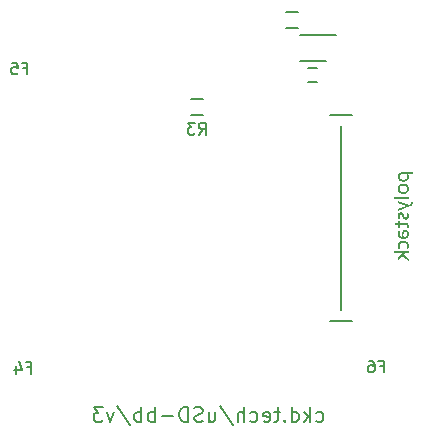
<source format=gbo>
G04 #@! TF.FileFunction,Legend,Bot*
%FSLAX46Y46*%
G04 Gerber Fmt 4.6, Leading zero omitted, Abs format (unit mm)*
G04 Created by KiCad (PCBNEW 4.0.1-stable) date Wednesday, April 13, 2016 'AMt' 11:34:57 AM*
%MOMM*%
G01*
G04 APERTURE LIST*
%ADD10C,0.100000*%
%ADD11C,0.200000*%
%ADD12C,0.150000*%
G04 APERTURE END LIST*
D10*
D11*
X157536905Y-125205952D02*
X157655952Y-125265476D01*
X157894048Y-125265476D01*
X158013095Y-125205952D01*
X158072619Y-125146429D01*
X158132143Y-125027381D01*
X158132143Y-124670238D01*
X158072619Y-124551190D01*
X158013095Y-124491667D01*
X157894048Y-124432143D01*
X157655952Y-124432143D01*
X157536905Y-124491667D01*
X157001190Y-125265476D02*
X157001190Y-124015476D01*
X156882142Y-124789286D02*
X156524999Y-125265476D01*
X156524999Y-124432143D02*
X157001190Y-124908333D01*
X155453571Y-125265476D02*
X155453571Y-124015476D01*
X155453571Y-125205952D02*
X155572618Y-125265476D01*
X155810714Y-125265476D01*
X155929761Y-125205952D01*
X155989285Y-125146429D01*
X156048809Y-125027381D01*
X156048809Y-124670238D01*
X155989285Y-124551190D01*
X155929761Y-124491667D01*
X155810714Y-124432143D01*
X155572618Y-124432143D01*
X155453571Y-124491667D01*
X154858333Y-125146429D02*
X154798809Y-125205952D01*
X154858333Y-125265476D01*
X154917857Y-125205952D01*
X154858333Y-125146429D01*
X154858333Y-125265476D01*
X154441666Y-124432143D02*
X153965476Y-124432143D01*
X154263095Y-124015476D02*
X154263095Y-125086905D01*
X154203571Y-125205952D01*
X154084524Y-125265476D01*
X153965476Y-125265476D01*
X153072618Y-125205952D02*
X153191666Y-125265476D01*
X153429761Y-125265476D01*
X153548809Y-125205952D01*
X153608333Y-125086905D01*
X153608333Y-124610714D01*
X153548809Y-124491667D01*
X153429761Y-124432143D01*
X153191666Y-124432143D01*
X153072618Y-124491667D01*
X153013095Y-124610714D01*
X153013095Y-124729762D01*
X153608333Y-124848810D01*
X151941666Y-125205952D02*
X152060713Y-125265476D01*
X152298809Y-125265476D01*
X152417856Y-125205952D01*
X152477380Y-125146429D01*
X152536904Y-125027381D01*
X152536904Y-124670238D01*
X152477380Y-124551190D01*
X152417856Y-124491667D01*
X152298809Y-124432143D01*
X152060713Y-124432143D01*
X151941666Y-124491667D01*
X151405951Y-125265476D02*
X151405951Y-124015476D01*
X150870237Y-125265476D02*
X150870237Y-124610714D01*
X150929760Y-124491667D01*
X151048808Y-124432143D01*
X151227380Y-124432143D01*
X151346427Y-124491667D01*
X151405951Y-124551190D01*
X149382142Y-123955952D02*
X150453570Y-125563095D01*
X148429761Y-124432143D02*
X148429761Y-125265476D01*
X148965475Y-124432143D02*
X148965475Y-125086905D01*
X148905951Y-125205952D01*
X148786904Y-125265476D01*
X148608332Y-125265476D01*
X148489284Y-125205952D01*
X148429761Y-125146429D01*
X147894047Y-125205952D02*
X147715475Y-125265476D01*
X147417856Y-125265476D01*
X147298809Y-125205952D01*
X147239285Y-125146429D01*
X147179761Y-125027381D01*
X147179761Y-124908333D01*
X147239285Y-124789286D01*
X147298809Y-124729762D01*
X147417856Y-124670238D01*
X147655952Y-124610714D01*
X147774999Y-124551190D01*
X147834523Y-124491667D01*
X147894047Y-124372619D01*
X147894047Y-124253571D01*
X147834523Y-124134524D01*
X147774999Y-124075000D01*
X147655952Y-124015476D01*
X147358332Y-124015476D01*
X147179761Y-124075000D01*
X146644047Y-125265476D02*
X146644047Y-124015476D01*
X146346428Y-124015476D01*
X146167856Y-124075000D01*
X146048809Y-124194048D01*
X145989285Y-124313095D01*
X145929761Y-124551190D01*
X145929761Y-124729762D01*
X145989285Y-124967857D01*
X146048809Y-125086905D01*
X146167856Y-125205952D01*
X146346428Y-125265476D01*
X146644047Y-125265476D01*
X145394047Y-124789286D02*
X144441666Y-124789286D01*
X143846428Y-125265476D02*
X143846428Y-124015476D01*
X143846428Y-124491667D02*
X143727380Y-124432143D01*
X143489285Y-124432143D01*
X143370237Y-124491667D01*
X143310714Y-124551190D01*
X143251190Y-124670238D01*
X143251190Y-125027381D01*
X143310714Y-125146429D01*
X143370237Y-125205952D01*
X143489285Y-125265476D01*
X143727380Y-125265476D01*
X143846428Y-125205952D01*
X142715476Y-125265476D02*
X142715476Y-124015476D01*
X142715476Y-124491667D02*
X142596428Y-124432143D01*
X142358333Y-124432143D01*
X142239285Y-124491667D01*
X142179762Y-124551190D01*
X142120238Y-124670238D01*
X142120238Y-125027381D01*
X142179762Y-125146429D01*
X142239285Y-125205952D01*
X142358333Y-125265476D01*
X142596428Y-125265476D01*
X142715476Y-125205952D01*
X140691667Y-123955952D02*
X141763095Y-125563095D01*
X140394048Y-124432143D02*
X140096429Y-125265476D01*
X139798809Y-124432143D01*
X139441667Y-124015476D02*
X138667857Y-124015476D01*
X139084524Y-124491667D01*
X138905952Y-124491667D01*
X138786905Y-124551190D01*
X138727381Y-124610714D01*
X138667857Y-124729762D01*
X138667857Y-125027381D01*
X138727381Y-125146429D01*
X138786905Y-125205952D01*
X138905952Y-125265476D01*
X139263095Y-125265476D01*
X139382143Y-125205952D01*
X139441667Y-125146429D01*
D10*
G36*
X165687579Y-104145562D02*
X164719203Y-104145562D01*
X164601191Y-104373961D01*
X164605263Y-104366814D01*
X164609616Y-104360100D01*
X164614249Y-104353819D01*
X164619164Y-104347971D01*
X164624359Y-104342556D01*
X164629835Y-104337575D01*
X164635592Y-104333027D01*
X164641630Y-104328911D01*
X164647948Y-104325229D01*
X164654548Y-104321981D01*
X164661428Y-104319165D01*
X164668589Y-104316783D01*
X164676031Y-104314833D01*
X164683754Y-104313317D01*
X164691757Y-104312234D01*
X164700041Y-104311585D01*
X164708607Y-104311368D01*
X165174275Y-104311368D01*
X165174263Y-104311368D01*
X165178169Y-104321769D01*
X165181852Y-104332197D01*
X165185312Y-104342653D01*
X165188548Y-104353135D01*
X165191562Y-104363645D01*
X165194352Y-104374182D01*
X165196919Y-104384746D01*
X165199263Y-104395338D01*
X165201383Y-104405957D01*
X165203281Y-104416602D01*
X165204955Y-104427276D01*
X165206406Y-104437976D01*
X165207633Y-104448704D01*
X165208638Y-104459458D01*
X165209419Y-104470240D01*
X165209977Y-104481050D01*
X165210312Y-104491886D01*
X165210423Y-104502750D01*
X165210293Y-104514890D01*
X165209900Y-104526617D01*
X165209246Y-104537930D01*
X165208330Y-104548829D01*
X165207153Y-104559314D01*
X165205714Y-104569386D01*
X165204013Y-104579044D01*
X165202051Y-104588288D01*
X165199827Y-104597118D01*
X165196875Y-104607012D01*
X165193318Y-104616851D01*
X165189155Y-104626636D01*
X165184387Y-104636365D01*
X165179013Y-104646038D01*
X165173034Y-104655657D01*
X165166449Y-104665221D01*
X165159259Y-104674729D01*
X165153529Y-104681471D01*
X165147244Y-104687907D01*
X165140406Y-104694037D01*
X165133015Y-104699861D01*
X165125069Y-104705378D01*
X165116570Y-104710590D01*
X165107517Y-104715495D01*
X165097911Y-104720095D01*
X165087751Y-104724388D01*
X165077037Y-104728375D01*
X165065769Y-104732055D01*
X165057035Y-104734670D01*
X165048004Y-104737104D01*
X165038674Y-104739358D01*
X165029047Y-104741432D01*
X165019122Y-104743325D01*
X165008899Y-104745038D01*
X164998378Y-104746570D01*
X164987559Y-104747923D01*
X164976442Y-104749095D01*
X164965027Y-104750086D01*
X164953315Y-104750898D01*
X164941304Y-104751529D01*
X164928996Y-104751980D01*
X164916390Y-104752250D01*
X164903486Y-104752340D01*
X164890510Y-104752261D01*
X164877815Y-104752023D01*
X164865404Y-104751627D01*
X164853275Y-104751072D01*
X164841428Y-104750359D01*
X164829863Y-104749488D01*
X164818581Y-104748458D01*
X164807582Y-104747269D01*
X164796864Y-104745922D01*
X164786430Y-104744416D01*
X164776277Y-104742753D01*
X164766407Y-104740930D01*
X164756820Y-104738949D01*
X164747515Y-104736810D01*
X164738492Y-104734512D01*
X164729752Y-104732055D01*
X164717395Y-104728382D01*
X164705666Y-104724417D01*
X164694564Y-104720160D01*
X164684089Y-104715612D01*
X164674242Y-104710772D01*
X164665021Y-104705641D01*
X164656428Y-104700218D01*
X164648462Y-104694504D01*
X164641123Y-104688498D01*
X164634411Y-104682200D01*
X164628326Y-104675611D01*
X164620705Y-104666364D01*
X164613718Y-104657145D01*
X164607364Y-104647954D01*
X164601645Y-104638790D01*
X164596560Y-104629653D01*
X164592109Y-104620545D01*
X164588292Y-104611463D01*
X164585109Y-104602410D01*
X164582428Y-104593204D01*
X164580105Y-104583668D01*
X164578138Y-104573802D01*
X164576530Y-104563604D01*
X164575279Y-104553076D01*
X164574385Y-104542217D01*
X164573849Y-104531027D01*
X164573670Y-104519507D01*
X164573810Y-104506295D01*
X164574231Y-104493517D01*
X164574934Y-104481171D01*
X164575916Y-104469259D01*
X164577180Y-104457780D01*
X164578725Y-104446734D01*
X164580550Y-104436121D01*
X164582656Y-104425942D01*
X164585043Y-104416195D01*
X164587711Y-104406882D01*
X164590660Y-104398002D01*
X164593889Y-104389555D01*
X164597400Y-104381542D01*
X164601191Y-104373961D01*
X164719203Y-104145562D01*
X164709526Y-104145709D01*
X164699898Y-104146150D01*
X164690319Y-104146885D01*
X164680788Y-104147914D01*
X164671307Y-104149237D01*
X164661874Y-104150854D01*
X164653252Y-104152690D01*
X164644019Y-104155174D01*
X164634174Y-104158306D01*
X164623716Y-104162085D01*
X164612647Y-104166513D01*
X164600966Y-104171589D01*
X164588674Y-104177312D01*
X164579005Y-104182397D01*
X164569598Y-104187852D01*
X164560452Y-104193677D01*
X164551568Y-104199873D01*
X164542945Y-104206438D01*
X164534583Y-104213374D01*
X164526483Y-104220680D01*
X164518644Y-104228356D01*
X164511066Y-104236403D01*
X164505546Y-104242834D01*
X164500162Y-104249779D01*
X164494912Y-104257239D01*
X164489797Y-104265213D01*
X164484817Y-104273702D01*
X164479972Y-104282705D01*
X164475262Y-104292222D01*
X164470687Y-104302255D01*
X164466247Y-104312801D01*
X164461942Y-104323862D01*
X164457772Y-104335438D01*
X164453737Y-104347528D01*
X164450746Y-104356881D01*
X164447948Y-104366421D01*
X164445344Y-104376146D01*
X164442932Y-104386058D01*
X164440713Y-104396155D01*
X164438687Y-104406439D01*
X164436854Y-104416908D01*
X164435214Y-104427564D01*
X164433767Y-104438406D01*
X164432513Y-104449434D01*
X164431451Y-104460647D01*
X164430583Y-104472047D01*
X164429908Y-104483633D01*
X164429425Y-104495405D01*
X164429136Y-104507363D01*
X164429040Y-104519507D01*
X164429148Y-104530645D01*
X164429474Y-104541719D01*
X164430016Y-104552727D01*
X164430776Y-104563669D01*
X164431753Y-104574547D01*
X164432946Y-104585359D01*
X164434357Y-104596105D01*
X164435985Y-104606787D01*
X164437830Y-104617403D01*
X164439611Y-104626288D01*
X164441757Y-104635304D01*
X164444269Y-104644451D01*
X164447146Y-104653730D01*
X164450389Y-104663140D01*
X164453997Y-104672681D01*
X164457970Y-104682353D01*
X164462309Y-104692157D01*
X164467014Y-104702091D01*
X164472083Y-104712157D01*
X164477519Y-104722354D01*
X164482793Y-104731798D01*
X164488324Y-104741022D01*
X164494113Y-104750025D01*
X164500158Y-104758808D01*
X164506460Y-104767370D01*
X164513020Y-104775712D01*
X164519836Y-104783833D01*
X164526910Y-104791734D01*
X164534241Y-104799414D01*
X164541828Y-104806874D01*
X164549673Y-104814113D01*
X164557775Y-104821132D01*
X164564541Y-104826596D01*
X164571668Y-104831935D01*
X164579155Y-104837148D01*
X164587003Y-104842236D01*
X164595212Y-104847198D01*
X164603781Y-104852035D01*
X164612711Y-104856747D01*
X164622001Y-104861333D01*
X164631652Y-104865794D01*
X164641664Y-104870129D01*
X164652036Y-104874339D01*
X164662769Y-104878423D01*
X164673863Y-104882382D01*
X164685317Y-104886215D01*
X164697131Y-104889924D01*
X164706585Y-104892816D01*
X164716196Y-104895552D01*
X164725962Y-104898132D01*
X164735886Y-104900556D01*
X164745965Y-104902823D01*
X164756201Y-104904934D01*
X164766593Y-104906888D01*
X164777142Y-104908686D01*
X164787847Y-104910328D01*
X164798709Y-104911813D01*
X164809726Y-104913142D01*
X164820900Y-104914315D01*
X164832231Y-104915331D01*
X164843718Y-104916191D01*
X164855361Y-104916895D01*
X164867161Y-104917442D01*
X164879117Y-104917833D01*
X164891229Y-104918068D01*
X164903498Y-104918146D01*
X164916177Y-104918062D01*
X164928681Y-104917810D01*
X164941008Y-104917390D01*
X164953160Y-104916802D01*
X164965135Y-104916046D01*
X164976934Y-104915122D01*
X164988558Y-104914030D01*
X165000005Y-104912770D01*
X165011276Y-104911342D01*
X165022372Y-104909746D01*
X165033291Y-104907982D01*
X165044034Y-104906050D01*
X165054602Y-104903951D01*
X165064993Y-104901683D01*
X165075208Y-104899247D01*
X165085248Y-104896643D01*
X165095111Y-104893871D01*
X165104798Y-104890931D01*
X165114309Y-104887824D01*
X165123645Y-104884548D01*
X165132804Y-104881104D01*
X165144411Y-104876474D01*
X165155638Y-104871623D01*
X165166487Y-104866552D01*
X165176957Y-104861260D01*
X165187048Y-104855748D01*
X165196760Y-104850016D01*
X165206093Y-104844062D01*
X165215047Y-104837889D01*
X165223623Y-104831495D01*
X165231819Y-104824880D01*
X165239636Y-104818045D01*
X165247075Y-104810990D01*
X165254134Y-104803713D01*
X165260815Y-104796217D01*
X165267116Y-104788500D01*
X165273039Y-104780562D01*
X165279459Y-104771352D01*
X165285618Y-104762114D01*
X165291517Y-104752849D01*
X165297154Y-104743557D01*
X165302531Y-104734238D01*
X165307647Y-104724892D01*
X165312502Y-104715519D01*
X165317096Y-104706119D01*
X165321429Y-104696692D01*
X165325502Y-104687238D01*
X165329313Y-104677757D01*
X165332864Y-104668250D01*
X165336154Y-104658715D01*
X165339183Y-104649153D01*
X165341855Y-104639631D01*
X165344330Y-104629966D01*
X165346606Y-104620157D01*
X165348684Y-104610203D01*
X165350565Y-104600106D01*
X165352247Y-104589864D01*
X165353732Y-104579479D01*
X165355019Y-104568950D01*
X165356107Y-104558276D01*
X165356998Y-104547459D01*
X165357691Y-104536498D01*
X165358186Y-104525392D01*
X165358483Y-104514143D01*
X165358582Y-104502750D01*
X165358500Y-104491701D01*
X165358255Y-104480701D01*
X165357847Y-104469751D01*
X165357275Y-104458849D01*
X165356540Y-104447996D01*
X165355642Y-104437192D01*
X165354581Y-104426437D01*
X165353356Y-104415731D01*
X165351968Y-104405075D01*
X165350417Y-104394467D01*
X165348702Y-104383908D01*
X165346824Y-104373398D01*
X165344783Y-104362937D01*
X165342578Y-104352525D01*
X165340210Y-104342163D01*
X165337679Y-104331849D01*
X165334984Y-104321584D01*
X165332127Y-104311368D01*
X165687555Y-104311368D01*
X165687555Y-104145562D01*
X165687579Y-104145562D01*
X165687579Y-104145562D01*
G37*
G36*
X165128421Y-105143042D02*
X164728018Y-105291208D01*
X164736317Y-105288859D01*
X164744899Y-105286661D01*
X164753763Y-105284614D01*
X164762910Y-105282720D01*
X164772339Y-105280976D01*
X164782051Y-105279385D01*
X164792046Y-105277945D01*
X164802323Y-105276656D01*
X164812882Y-105275519D01*
X164823724Y-105274534D01*
X164834848Y-105273700D01*
X164846255Y-105273018D01*
X164857945Y-105272488D01*
X164869916Y-105272109D01*
X164882171Y-105271881D01*
X164894708Y-105271806D01*
X164907248Y-105271881D01*
X164919513Y-105272109D01*
X164931502Y-105272488D01*
X164943215Y-105273018D01*
X164954653Y-105273700D01*
X164965815Y-105274534D01*
X164976702Y-105275519D01*
X164987313Y-105276656D01*
X164997648Y-105277945D01*
X165007708Y-105279385D01*
X165017492Y-105280976D01*
X165027000Y-105282720D01*
X165036233Y-105284614D01*
X165045190Y-105286661D01*
X165053871Y-105288859D01*
X165062277Y-105291208D01*
X165073866Y-105295057D01*
X165084902Y-105299226D01*
X165095383Y-105303716D01*
X165105311Y-105308527D01*
X165114685Y-105313658D01*
X165123505Y-105319110D01*
X165131771Y-105324883D01*
X165139483Y-105330976D01*
X165146641Y-105337390D01*
X165153245Y-105344125D01*
X165159295Y-105351181D01*
X165166088Y-105360011D01*
X165172358Y-105368863D01*
X165178105Y-105377737D01*
X165183331Y-105386633D01*
X165188033Y-105395550D01*
X165192214Y-105404489D01*
X165195872Y-105413450D01*
X165199008Y-105422433D01*
X165201621Y-105431438D01*
X165203845Y-105440660D01*
X165205807Y-105450296D01*
X165207508Y-105460346D01*
X165208947Y-105470809D01*
X165210124Y-105481687D01*
X165211040Y-105492978D01*
X165211694Y-105504682D01*
X165212087Y-105516801D01*
X165212218Y-105529333D01*
X165212087Y-105542051D01*
X165211694Y-105554333D01*
X165211040Y-105566179D01*
X165210124Y-105577590D01*
X165208947Y-105588565D01*
X165207508Y-105599105D01*
X165205807Y-105609209D01*
X165203845Y-105618878D01*
X165201621Y-105628111D01*
X165199005Y-105637116D01*
X165195868Y-105646098D01*
X165192209Y-105655059D01*
X165188028Y-105663999D01*
X165183325Y-105672916D01*
X165178100Y-105681812D01*
X165172354Y-105690686D01*
X165166085Y-105699538D01*
X165159295Y-105708368D01*
X165153245Y-105715416D01*
X165146641Y-105722129D01*
X165139483Y-105728507D01*
X165131771Y-105734549D01*
X165123505Y-105740257D01*
X165114685Y-105745628D01*
X165105311Y-105750665D01*
X165095383Y-105755366D01*
X165084902Y-105759732D01*
X165073866Y-105763763D01*
X165062277Y-105767458D01*
X165053871Y-105769915D01*
X165045190Y-105772213D01*
X165036233Y-105774352D01*
X165027000Y-105776333D01*
X165017492Y-105778155D01*
X165007708Y-105779819D01*
X164997648Y-105781325D01*
X164987313Y-105782672D01*
X164976702Y-105783860D01*
X164965815Y-105784891D01*
X164954653Y-105785762D01*
X164943215Y-105786475D01*
X164931502Y-105787030D01*
X164919513Y-105787426D01*
X164907248Y-105787664D01*
X164894708Y-105787743D01*
X164882171Y-105787664D01*
X164869916Y-105787426D01*
X164857945Y-105787030D01*
X164846255Y-105786475D01*
X164834848Y-105785762D01*
X164823724Y-105784891D01*
X164812882Y-105783860D01*
X164802323Y-105782672D01*
X164792046Y-105781325D01*
X164782051Y-105779819D01*
X164772339Y-105778155D01*
X164762910Y-105776333D01*
X164753763Y-105774352D01*
X164744899Y-105772213D01*
X164736317Y-105769915D01*
X164728018Y-105767458D01*
X164716276Y-105763763D01*
X164705102Y-105759732D01*
X164694497Y-105755366D01*
X164684460Y-105750665D01*
X164674992Y-105745628D01*
X164666092Y-105740257D01*
X164657761Y-105734549D01*
X164649998Y-105728507D01*
X164642804Y-105722129D01*
X164636178Y-105715416D01*
X164630120Y-105708368D01*
X164623328Y-105699538D01*
X164617058Y-105690686D01*
X164611310Y-105681812D01*
X164606085Y-105672916D01*
X164601382Y-105663999D01*
X164597202Y-105655059D01*
X164593543Y-105646098D01*
X164590408Y-105637116D01*
X164587794Y-105628111D01*
X164585571Y-105618878D01*
X164583608Y-105609209D01*
X164581908Y-105599105D01*
X164580469Y-105588565D01*
X164579291Y-105577590D01*
X164578375Y-105566179D01*
X164577721Y-105554333D01*
X164577329Y-105542051D01*
X164577198Y-105529333D01*
X164577329Y-105516801D01*
X164577721Y-105504682D01*
X164578375Y-105492978D01*
X164579291Y-105481687D01*
X164580469Y-105470809D01*
X164581908Y-105460346D01*
X164583608Y-105450296D01*
X164585571Y-105440660D01*
X164587794Y-105431438D01*
X164590410Y-105422433D01*
X164593548Y-105413450D01*
X164597207Y-105404489D01*
X164601388Y-105395550D01*
X164606091Y-105386633D01*
X164611316Y-105377737D01*
X164617062Y-105368863D01*
X164623330Y-105360011D01*
X164630120Y-105351181D01*
X164636178Y-105344125D01*
X164642804Y-105337390D01*
X164649998Y-105330976D01*
X164657761Y-105324883D01*
X164666092Y-105319110D01*
X164674992Y-105313658D01*
X164684460Y-105308527D01*
X164694497Y-105303716D01*
X164705102Y-105299226D01*
X164716276Y-105295057D01*
X164728018Y-105291208D01*
X165128421Y-105143042D01*
X165119596Y-105139672D01*
X165110601Y-105136460D01*
X165101433Y-105133404D01*
X165092095Y-105130505D01*
X165082585Y-105127763D01*
X165072904Y-105125177D01*
X165063052Y-105122748D01*
X165053028Y-105120476D01*
X165042833Y-105118360D01*
X165032467Y-105116401D01*
X165021929Y-105114599D01*
X165011220Y-105112954D01*
X165000340Y-105111465D01*
X164989288Y-105110133D01*
X164978065Y-105108957D01*
X164966671Y-105107939D01*
X164955105Y-105107077D01*
X164943368Y-105106372D01*
X164931460Y-105105823D01*
X164919381Y-105105431D01*
X164907130Y-105105196D01*
X164894708Y-105105118D01*
X164882287Y-105105196D01*
X164870042Y-105105431D01*
X164857972Y-105105823D01*
X164846076Y-105106372D01*
X164834356Y-105107077D01*
X164822810Y-105107939D01*
X164811439Y-105108957D01*
X164800244Y-105110133D01*
X164789223Y-105111465D01*
X164778377Y-105112954D01*
X164767706Y-105114599D01*
X164757210Y-105116401D01*
X164746889Y-105118360D01*
X164736743Y-105120476D01*
X164726772Y-105122748D01*
X164716976Y-105125177D01*
X164707355Y-105127763D01*
X164697909Y-105130505D01*
X164688638Y-105133404D01*
X164679541Y-105136460D01*
X164670620Y-105139672D01*
X164661874Y-105143042D01*
X164650732Y-105147598D01*
X164639927Y-105152343D01*
X164629457Y-105157278D01*
X164619322Y-105162402D01*
X164609523Y-105167715D01*
X164600060Y-105173217D01*
X164590932Y-105178908D01*
X164582140Y-105184789D01*
X164573683Y-105190859D01*
X164565562Y-105197118D01*
X164557776Y-105203566D01*
X164550326Y-105210204D01*
X164543212Y-105217030D01*
X164536433Y-105224046D01*
X164529990Y-105231251D01*
X164523882Y-105238646D01*
X164518110Y-105246229D01*
X164511451Y-105255566D01*
X164505080Y-105264930D01*
X164498996Y-105274321D01*
X164493201Y-105283739D01*
X164487693Y-105293184D01*
X164482474Y-105302656D01*
X164477543Y-105312155D01*
X164472899Y-105321680D01*
X164468544Y-105331233D01*
X164464477Y-105340813D01*
X164460697Y-105350420D01*
X164457206Y-105360054D01*
X164454003Y-105369715D01*
X164451088Y-105379403D01*
X164448294Y-105389293D01*
X164445708Y-105399310D01*
X164443328Y-105409452D01*
X164441156Y-105419720D01*
X164439190Y-105430115D01*
X164437431Y-105440635D01*
X164435879Y-105451281D01*
X164434534Y-105462054D01*
X164433396Y-105472952D01*
X164432465Y-105483976D01*
X164431741Y-105495126D01*
X164431224Y-105506403D01*
X164430913Y-105517805D01*
X164430810Y-105529333D01*
X164430913Y-105540979D01*
X164431224Y-105552480D01*
X164431741Y-105563837D01*
X164432465Y-105575050D01*
X164433396Y-105586120D01*
X164434534Y-105597045D01*
X164435879Y-105607826D01*
X164437431Y-105618464D01*
X164439190Y-105628957D01*
X164441156Y-105639306D01*
X164443328Y-105649512D01*
X164445708Y-105659573D01*
X164448294Y-105669490D01*
X164451088Y-105679264D01*
X164454003Y-105689073D01*
X164457206Y-105698847D01*
X164460697Y-105708584D01*
X164464477Y-105718285D01*
X164468544Y-105727951D01*
X164472899Y-105737580D01*
X164477543Y-105747174D01*
X164482474Y-105756731D01*
X164487693Y-105766252D01*
X164493201Y-105775738D01*
X164498996Y-105785187D01*
X164505080Y-105794601D01*
X164511451Y-105803978D01*
X164518110Y-105813319D01*
X164523882Y-105820903D01*
X164529990Y-105828297D01*
X164536433Y-105835502D01*
X164543212Y-105842518D01*
X164550326Y-105849345D01*
X164557776Y-105855982D01*
X164565562Y-105862431D01*
X164573683Y-105868690D01*
X164582140Y-105874760D01*
X164590932Y-105880640D01*
X164600060Y-105886332D01*
X164609523Y-105891834D01*
X164619322Y-105897147D01*
X164629457Y-105902271D01*
X164639927Y-105907205D01*
X164650732Y-105911951D01*
X164661874Y-105916507D01*
X164670620Y-105919876D01*
X164679541Y-105923089D01*
X164688638Y-105926145D01*
X164697909Y-105929044D01*
X164707355Y-105931786D01*
X164716976Y-105934372D01*
X164726772Y-105936801D01*
X164736743Y-105939073D01*
X164746889Y-105941189D01*
X164757210Y-105943147D01*
X164767706Y-105944950D01*
X164778377Y-105946595D01*
X164789223Y-105948084D01*
X164800244Y-105949416D01*
X164811439Y-105950591D01*
X164822810Y-105951610D01*
X164834356Y-105952472D01*
X164846076Y-105953177D01*
X164857972Y-105953725D01*
X164870042Y-105954117D01*
X164882287Y-105954352D01*
X164894708Y-105954431D01*
X164907130Y-105954352D01*
X164919381Y-105954117D01*
X164931460Y-105953725D01*
X164943368Y-105953177D01*
X164955105Y-105952472D01*
X164966671Y-105951610D01*
X164978065Y-105950591D01*
X164989288Y-105949416D01*
X165000340Y-105948084D01*
X165011220Y-105946595D01*
X165021929Y-105944950D01*
X165032467Y-105943147D01*
X165042833Y-105941189D01*
X165053028Y-105939073D01*
X165063052Y-105936801D01*
X165072904Y-105934372D01*
X165082585Y-105931786D01*
X165092095Y-105929044D01*
X165101433Y-105926145D01*
X165110601Y-105923089D01*
X165119596Y-105919876D01*
X165128421Y-105916507D01*
X165139462Y-105911951D01*
X165150173Y-105907205D01*
X165160555Y-105902271D01*
X165170607Y-105897147D01*
X165180329Y-105891834D01*
X165189722Y-105886332D01*
X165198786Y-105880640D01*
X165207520Y-105874760D01*
X165215924Y-105868690D01*
X165223999Y-105862431D01*
X165231744Y-105855982D01*
X165239159Y-105849345D01*
X165246245Y-105842518D01*
X165253001Y-105835502D01*
X165259428Y-105828297D01*
X165265525Y-105820903D01*
X165271293Y-105813319D01*
X165277957Y-105803978D01*
X165284342Y-105794601D01*
X165290448Y-105785187D01*
X165296275Y-105775738D01*
X165301824Y-105766252D01*
X165307093Y-105756731D01*
X165312084Y-105747174D01*
X165316795Y-105737580D01*
X165321228Y-105727951D01*
X165325381Y-105718285D01*
X165329256Y-105708584D01*
X165332852Y-105698847D01*
X165336169Y-105689073D01*
X165339207Y-105679264D01*
X165341879Y-105669490D01*
X165344354Y-105659573D01*
X165346630Y-105649512D01*
X165348708Y-105639306D01*
X165350589Y-105628957D01*
X165352272Y-105618464D01*
X165353756Y-105607826D01*
X165355043Y-105597045D01*
X165356131Y-105586120D01*
X165357022Y-105575050D01*
X165357715Y-105563837D01*
X165358210Y-105552480D01*
X165358507Y-105540979D01*
X165358606Y-105529333D01*
X165358507Y-105517805D01*
X165358210Y-105506403D01*
X165357715Y-105495126D01*
X165357022Y-105483976D01*
X165356131Y-105472952D01*
X165355043Y-105462054D01*
X165353756Y-105451281D01*
X165352272Y-105440635D01*
X165350589Y-105430115D01*
X165348708Y-105419720D01*
X165346630Y-105409452D01*
X165344354Y-105399310D01*
X165341879Y-105389293D01*
X165339207Y-105379403D01*
X165336169Y-105369715D01*
X165332852Y-105360054D01*
X165329256Y-105350420D01*
X165325381Y-105340813D01*
X165321228Y-105331233D01*
X165316795Y-105321680D01*
X165312084Y-105312155D01*
X165307093Y-105302656D01*
X165301824Y-105293184D01*
X165296275Y-105283739D01*
X165290448Y-105274321D01*
X165284342Y-105264930D01*
X165277957Y-105255566D01*
X165271293Y-105246229D01*
X165265525Y-105238646D01*
X165259428Y-105231251D01*
X165253001Y-105224046D01*
X165246245Y-105217030D01*
X165239159Y-105210204D01*
X165231744Y-105203566D01*
X165223999Y-105197118D01*
X165215924Y-105190859D01*
X165207520Y-105184789D01*
X165198786Y-105178908D01*
X165189722Y-105173217D01*
X165180329Y-105167715D01*
X165170607Y-105162402D01*
X165160555Y-105157278D01*
X165150173Y-105152343D01*
X165139462Y-105147598D01*
X165128421Y-105143042D01*
X165128421Y-105143042D01*
G37*
G36*
X165344493Y-106194319D02*
X164100078Y-106194319D01*
X164100078Y-106360125D01*
X165344493Y-106360125D01*
X165344493Y-106194319D01*
X165344493Y-106194319D01*
G37*
G36*
X164443152Y-106557681D02*
X164443152Y-106734951D01*
X165118715Y-106977486D01*
X164443152Y-107215611D01*
X164443152Y-107392882D01*
X165440632Y-107022465D01*
X165453126Y-107017724D01*
X165465312Y-107012879D01*
X165477189Y-107007930D01*
X165488757Y-107002877D01*
X165500018Y-106997720D01*
X165510969Y-106992459D01*
X165521612Y-106987095D01*
X165531947Y-106981626D01*
X165541973Y-106976054D01*
X165551690Y-106970378D01*
X165561099Y-106964597D01*
X165570200Y-106958713D01*
X165578992Y-106952726D01*
X165587476Y-106946634D01*
X165595651Y-106940438D01*
X165603517Y-106934139D01*
X165611075Y-106927735D01*
X165618325Y-106921228D01*
X165625266Y-106914617D01*
X165631899Y-106907902D01*
X165638223Y-106901083D01*
X165644238Y-106894160D01*
X165649946Y-106887133D01*
X165655344Y-106880003D01*
X165660434Y-106872768D01*
X165665216Y-106865430D01*
X165669689Y-106857988D01*
X165673854Y-106850442D01*
X165677710Y-106842792D01*
X165681258Y-106835038D01*
X165684497Y-106827180D01*
X165687428Y-106819218D01*
X165690050Y-106811153D01*
X165692364Y-106802983D01*
X165694369Y-106794710D01*
X165696065Y-106786333D01*
X165697454Y-106777852D01*
X165698533Y-106769267D01*
X165699305Y-106760578D01*
X165699767Y-106751785D01*
X165699922Y-106742889D01*
X165699922Y-106742010D01*
X165699824Y-106731972D01*
X165699530Y-106721848D01*
X165699040Y-106711638D01*
X165698354Y-106701342D01*
X165697472Y-106690961D01*
X165696393Y-106680494D01*
X165695119Y-106669942D01*
X165693649Y-106659303D01*
X165691983Y-106648579D01*
X165690121Y-106637769D01*
X165688063Y-106626873D01*
X165685809Y-106615892D01*
X165537639Y-106615892D01*
X165540329Y-106626590D01*
X165542755Y-106637164D01*
X165544916Y-106647615D01*
X165546813Y-106657943D01*
X165548446Y-106668147D01*
X165549814Y-106678228D01*
X165550918Y-106688185D01*
X165551757Y-106698018D01*
X165552332Y-106707729D01*
X165552642Y-106717315D01*
X165552411Y-106724735D01*
X165551717Y-106732058D01*
X165550561Y-106739285D01*
X165548942Y-106746416D01*
X165546860Y-106753451D01*
X165544316Y-106760390D01*
X165541310Y-106767232D01*
X165537841Y-106773979D01*
X165533909Y-106780630D01*
X165529515Y-106787185D01*
X165524658Y-106793644D01*
X165519338Y-106800006D01*
X165513556Y-106806273D01*
X165507312Y-106812444D01*
X165500605Y-106818518D01*
X165493435Y-106824497D01*
X165485803Y-106830380D01*
X165477709Y-106836166D01*
X165469151Y-106841857D01*
X165460132Y-106847451D01*
X165450649Y-106852950D01*
X165440704Y-106858352D01*
X165430297Y-106863658D01*
X165419427Y-106868869D01*
X165408094Y-106873983D01*
X165396299Y-106879001D01*
X165384042Y-106883923D01*
X165371321Y-106888750D01*
X165358139Y-106893480D01*
X165344493Y-106898114D01*
X164443152Y-106557683D01*
X164443152Y-106557681D01*
X164443152Y-106557681D01*
G37*
G36*
X164698034Y-107512826D02*
X164686917Y-107513025D01*
X164675968Y-107513620D01*
X164665186Y-107514612D01*
X164654571Y-107516001D01*
X164644125Y-107517787D01*
X164633845Y-107519970D01*
X164623734Y-107522550D01*
X164613790Y-107525526D01*
X164604014Y-107528900D01*
X164594405Y-107532670D01*
X164584964Y-107536837D01*
X164575691Y-107541401D01*
X164566585Y-107546362D01*
X164557647Y-107551720D01*
X164548876Y-107557475D01*
X164540274Y-107563626D01*
X164531838Y-107570175D01*
X164523571Y-107577120D01*
X164515470Y-107584462D01*
X164507538Y-107592201D01*
X164501384Y-107598756D01*
X164495481Y-107605579D01*
X164489829Y-107612670D01*
X164484428Y-107620029D01*
X164479279Y-107627656D01*
X164474380Y-107635551D01*
X164469733Y-107643714D01*
X164465337Y-107652145D01*
X164461193Y-107660845D01*
X164457299Y-107669813D01*
X164453657Y-107679048D01*
X164450266Y-107688552D01*
X164447126Y-107698324D01*
X164444237Y-107708364D01*
X164441599Y-107718672D01*
X164439213Y-107729248D01*
X164437078Y-107740093D01*
X164435194Y-107751205D01*
X164433561Y-107762586D01*
X164432180Y-107774235D01*
X164431049Y-107786152D01*
X164430170Y-107798336D01*
X164429542Y-107810790D01*
X164429165Y-107823511D01*
X164429040Y-107836500D01*
X164429151Y-107847153D01*
X164429486Y-107857793D01*
X164430045Y-107868420D01*
X164430827Y-107879033D01*
X164431832Y-107889633D01*
X164433061Y-107900220D01*
X164434513Y-107910793D01*
X164436188Y-107921353D01*
X164438087Y-107931900D01*
X164440209Y-107942433D01*
X164442555Y-107952953D01*
X164445124Y-107963460D01*
X164447916Y-107973953D01*
X164450932Y-107984433D01*
X164454171Y-107994900D01*
X164457634Y-108005353D01*
X164461320Y-108015793D01*
X164465229Y-108026220D01*
X164469362Y-108036633D01*
X164473718Y-108047033D01*
X164478298Y-108057420D01*
X164483101Y-108067793D01*
X164488127Y-108078153D01*
X164630999Y-108078153D01*
X164625999Y-108067011D01*
X164621242Y-108055930D01*
X164616729Y-108044909D01*
X164612460Y-108033948D01*
X164608435Y-108023046D01*
X164604654Y-108012205D01*
X164601116Y-108001424D01*
X164597823Y-107990702D01*
X164594774Y-107980041D01*
X164591969Y-107969440D01*
X164589407Y-107958898D01*
X164587090Y-107948417D01*
X164585016Y-107937996D01*
X164583187Y-107927634D01*
X164581601Y-107917333D01*
X164580259Y-107907092D01*
X164579162Y-107896910D01*
X164578308Y-107886789D01*
X164577698Y-107876727D01*
X164577332Y-107866726D01*
X164577210Y-107856785D01*
X164577369Y-107843768D01*
X164577844Y-107831243D01*
X164578636Y-107819210D01*
X164579746Y-107807667D01*
X164581172Y-107796615D01*
X164582915Y-107786055D01*
X164584975Y-107775986D01*
X164587352Y-107766408D01*
X164590046Y-107757321D01*
X164593057Y-107748725D01*
X164596385Y-107740621D01*
X164600030Y-107733008D01*
X164603992Y-107725886D01*
X164608271Y-107719255D01*
X164612866Y-107713115D01*
X164617779Y-107707466D01*
X164623008Y-107702309D01*
X164628555Y-107697643D01*
X164634418Y-107693468D01*
X164640599Y-107689784D01*
X164647096Y-107686591D01*
X164653910Y-107683890D01*
X164661042Y-107681679D01*
X164668490Y-107679960D01*
X164676255Y-107678732D01*
X164684337Y-107677996D01*
X164692736Y-107677750D01*
X164701013Y-107678338D01*
X164708984Y-107680102D01*
X164716650Y-107683042D01*
X164724012Y-107687157D01*
X164731068Y-107692449D01*
X164737819Y-107698917D01*
X164744266Y-107706560D01*
X164750407Y-107715380D01*
X164756243Y-107725375D01*
X164760689Y-107734194D01*
X164765048Y-107743335D01*
X164769320Y-107752795D01*
X164773504Y-107762577D01*
X164777600Y-107772679D01*
X164781609Y-107783102D01*
X164785530Y-107793846D01*
X164789363Y-107804910D01*
X164793109Y-107816295D01*
X164796768Y-107828001D01*
X164800339Y-107840028D01*
X164803240Y-107850340D01*
X164806246Y-107860652D01*
X164809356Y-107870964D01*
X164812571Y-107881276D01*
X164815890Y-107891588D01*
X164819314Y-107901900D01*
X164822842Y-107912212D01*
X164826475Y-107922524D01*
X164830212Y-107932835D01*
X164834053Y-107943147D01*
X164837999Y-107953459D01*
X164842050Y-107963771D01*
X164846205Y-107974083D01*
X164850173Y-107983681D01*
X164854519Y-107993072D01*
X164859243Y-108002256D01*
X164864346Y-108011233D01*
X164869826Y-108020003D01*
X164875684Y-108028566D01*
X164881920Y-108036922D01*
X164888534Y-108045071D01*
X164895526Y-108053013D01*
X164902895Y-108060748D01*
X164910643Y-108068276D01*
X164918769Y-108075597D01*
X164927273Y-108082711D01*
X164936155Y-108089618D01*
X164944210Y-108095492D01*
X164952500Y-108100987D01*
X164961023Y-108106103D01*
X164969781Y-108110840D01*
X164978773Y-108115198D01*
X164987999Y-108119177D01*
X164997460Y-108122777D01*
X165007154Y-108125998D01*
X165017083Y-108128841D01*
X165027246Y-108131304D01*
X165037642Y-108133388D01*
X165048274Y-108135093D01*
X165059139Y-108136420D01*
X165070238Y-108137367D01*
X165081572Y-108137936D01*
X165093139Y-108138125D01*
X165103913Y-108137920D01*
X165114536Y-108137305D01*
X165125009Y-108136280D01*
X165135333Y-108134844D01*
X165145506Y-108132999D01*
X165155530Y-108130743D01*
X165165404Y-108128077D01*
X165175127Y-108125002D01*
X165184701Y-108121516D01*
X165194125Y-108117620D01*
X165203399Y-108113314D01*
X165212523Y-108108598D01*
X165221498Y-108103471D01*
X165230322Y-108097935D01*
X165238996Y-108091988D01*
X165247521Y-108085632D01*
X165255895Y-108078865D01*
X165264120Y-108071688D01*
X165272195Y-108064101D01*
X165280119Y-108056104D01*
X165286041Y-108049662D01*
X165291730Y-108042953D01*
X165297187Y-108035979D01*
X165302411Y-108028738D01*
X165307404Y-108021231D01*
X165312164Y-108013458D01*
X165316692Y-108005418D01*
X165320988Y-107997113D01*
X165325052Y-107988542D01*
X165328883Y-107979704D01*
X165332482Y-107970600D01*
X165335849Y-107961230D01*
X165338984Y-107951594D01*
X165341887Y-107941691D01*
X165344557Y-107931523D01*
X165346995Y-107921088D01*
X165349201Y-107910388D01*
X165351175Y-107899421D01*
X165352917Y-107888188D01*
X165354426Y-107876689D01*
X165355703Y-107864923D01*
X165356748Y-107852892D01*
X165357561Y-107840594D01*
X165358141Y-107828030D01*
X165358490Y-107815200D01*
X165358606Y-107802104D01*
X165358506Y-107790580D01*
X165358205Y-107779148D01*
X165357704Y-107767810D01*
X165357003Y-107756565D01*
X165356101Y-107745413D01*
X165354999Y-107734354D01*
X165353697Y-107723388D01*
X165352194Y-107712516D01*
X165350491Y-107701736D01*
X165348587Y-107691050D01*
X165346483Y-107680457D01*
X165344179Y-107669956D01*
X165341675Y-107659550D01*
X165338970Y-107649236D01*
X165336064Y-107639015D01*
X165332958Y-107628887D01*
X165329652Y-107618853D01*
X165326146Y-107608912D01*
X165322439Y-107599064D01*
X165318532Y-107589309D01*
X165314424Y-107579647D01*
X165310116Y-107570078D01*
X165305608Y-107560602D01*
X165300899Y-107551220D01*
X165295990Y-107541931D01*
X165146062Y-107541931D01*
X165151459Y-107551731D01*
X165156626Y-107561584D01*
X165161564Y-107571489D01*
X165166272Y-107581447D01*
X165170751Y-107591456D01*
X165175000Y-107601517D01*
X165179019Y-107611630D01*
X165182808Y-107621796D01*
X165186368Y-107632013D01*
X165189698Y-107642282D01*
X165192799Y-107652604D01*
X165195670Y-107662977D01*
X165198311Y-107673403D01*
X165200722Y-107683881D01*
X165202904Y-107694410D01*
X165204856Y-107704992D01*
X165206579Y-107715626D01*
X165208072Y-107726312D01*
X165209335Y-107737050D01*
X165210368Y-107747840D01*
X165211172Y-107758682D01*
X165211746Y-107769576D01*
X165212091Y-107780523D01*
X165212206Y-107791521D01*
X165212206Y-107795049D01*
X165212023Y-107808101D01*
X165211475Y-107820662D01*
X165210562Y-107832733D01*
X165209284Y-107844313D01*
X165207640Y-107855402D01*
X165205631Y-107866001D01*
X165203257Y-107876110D01*
X165200518Y-107885727D01*
X165197414Y-107894855D01*
X165193944Y-107903492D01*
X165190109Y-107911638D01*
X165185909Y-107919294D01*
X165181343Y-107926459D01*
X165174825Y-107935172D01*
X165167972Y-107942969D01*
X165160784Y-107949848D01*
X165153261Y-107955810D01*
X165145402Y-107960855D01*
X165137209Y-107964982D01*
X165128681Y-107968192D01*
X165119818Y-107970485D01*
X165110620Y-107971861D01*
X165101087Y-107972320D01*
X165091165Y-107971926D01*
X165081608Y-107970745D01*
X165072416Y-107968777D01*
X165063588Y-107966022D01*
X165055125Y-107962480D01*
X165047027Y-107958150D01*
X165039293Y-107953034D01*
X165031924Y-107947130D01*
X165024919Y-107940439D01*
X165018279Y-107932960D01*
X165012004Y-107924695D01*
X165006382Y-107916757D01*
X165000981Y-107908526D01*
X164995801Y-107900000D01*
X164990840Y-107891181D01*
X164986100Y-107882067D01*
X164981581Y-107872660D01*
X164977282Y-107862959D01*
X164973204Y-107852963D01*
X164969345Y-107842674D01*
X164965708Y-107832091D01*
X164962290Y-107821213D01*
X164959094Y-107810042D01*
X164956086Y-107799594D01*
X164953038Y-107789147D01*
X164949947Y-107778699D01*
X164946816Y-107768251D01*
X164943642Y-107757804D01*
X164940427Y-107747356D01*
X164937170Y-107736909D01*
X164933872Y-107726461D01*
X164930532Y-107716013D01*
X164927150Y-107705566D01*
X164923727Y-107695118D01*
X164920262Y-107684670D01*
X164916756Y-107674223D01*
X164912914Y-107664025D01*
X164908718Y-107654058D01*
X164904167Y-107644320D01*
X164899261Y-107634812D01*
X164894001Y-107625533D01*
X164888385Y-107616484D01*
X164882416Y-107607664D01*
X164876091Y-107599075D01*
X164869412Y-107590714D01*
X164862378Y-107582584D01*
X164854990Y-107574683D01*
X164847246Y-107567012D01*
X164839148Y-107559570D01*
X164831717Y-107553545D01*
X164824002Y-107547936D01*
X164816006Y-107542742D01*
X164807727Y-107537964D01*
X164799167Y-107533601D01*
X164790324Y-107529654D01*
X164781198Y-107526123D01*
X164771791Y-107523006D01*
X164762101Y-107520306D01*
X164752129Y-107518020D01*
X164741874Y-107516151D01*
X164731338Y-107514697D01*
X164720519Y-107513658D01*
X164709418Y-107513035D01*
X164698034Y-107512827D01*
X164698034Y-107512826D01*
X164698034Y-107512826D01*
G37*
G36*
X164582496Y-108266889D02*
X164443152Y-108266889D01*
X164443152Y-108423875D01*
X164174158Y-108423875D01*
X164174158Y-108588799D01*
X164443152Y-108588799D01*
X164443152Y-108828688D01*
X164582496Y-108828688D01*
X164582496Y-108588799D01*
X165106373Y-108588799D01*
X165115775Y-108589074D01*
X165124741Y-108589899D01*
X165133268Y-108591275D01*
X165141359Y-108593201D01*
X165149012Y-108595677D01*
X165156228Y-108598704D01*
X165163006Y-108602281D01*
X165169348Y-108606408D01*
X165175252Y-108611086D01*
X165180718Y-108616314D01*
X165185747Y-108622092D01*
X165190339Y-108628421D01*
X165194494Y-108635299D01*
X165198211Y-108642728D01*
X165201491Y-108650708D01*
X165204334Y-108659238D01*
X165206739Y-108668318D01*
X165208707Y-108677948D01*
X165210238Y-108688129D01*
X165211331Y-108698860D01*
X165211987Y-108710141D01*
X165212206Y-108721972D01*
X165212206Y-108723736D01*
X165211941Y-108735898D01*
X165211147Y-108747690D01*
X165209825Y-108759111D01*
X165207973Y-108770162D01*
X165205592Y-108780842D01*
X165202682Y-108791152D01*
X165199242Y-108801092D01*
X165195274Y-108810661D01*
X165190777Y-108819860D01*
X165185750Y-108828688D01*
X165333921Y-108828688D01*
X165337864Y-108818398D01*
X165341463Y-108808109D01*
X165344721Y-108797820D01*
X165347635Y-108787530D01*
X165350206Y-108777241D01*
X165352435Y-108766952D01*
X165354320Y-108756662D01*
X165355863Y-108746373D01*
X165357063Y-108736084D01*
X165357920Y-108725794D01*
X165358434Y-108715505D01*
X165358606Y-108705216D01*
X165358606Y-108700806D01*
X165358444Y-108691393D01*
X165357957Y-108681799D01*
X165357146Y-108672026D01*
X165356011Y-108662072D01*
X165354551Y-108651939D01*
X165352767Y-108641626D01*
X165350658Y-108631132D01*
X165348708Y-108622716D01*
X165346387Y-108613929D01*
X165343697Y-108604772D01*
X165340638Y-108595245D01*
X165337208Y-108585347D01*
X165333410Y-108575080D01*
X165329241Y-108564442D01*
X165324704Y-108553434D01*
X165319796Y-108542056D01*
X165315189Y-108532901D01*
X165310027Y-108524038D01*
X165304312Y-108515466D01*
X165298043Y-108507186D01*
X165291220Y-108499198D01*
X165283842Y-108491501D01*
X165275912Y-108484095D01*
X165267427Y-108476982D01*
X165258388Y-108470159D01*
X165248795Y-108463628D01*
X165238649Y-108457389D01*
X165230194Y-108452773D01*
X165221460Y-108448498D01*
X165212447Y-108444565D01*
X165203155Y-108440974D01*
X165193585Y-108437726D01*
X165183735Y-108434819D01*
X165173607Y-108432254D01*
X165163199Y-108430031D01*
X165152513Y-108428150D01*
X165141548Y-108426611D01*
X165130303Y-108425414D01*
X165118780Y-108424559D01*
X165106978Y-108424046D01*
X165094897Y-108423875D01*
X164582484Y-108423875D01*
X164582484Y-108266889D01*
X164582496Y-108266889D01*
X164582496Y-108266889D01*
G37*
G36*
X165060507Y-108995375D02*
X165058713Y-109159416D01*
X165067872Y-109159615D01*
X165076750Y-109160213D01*
X165085346Y-109161209D01*
X165093660Y-109162604D01*
X165101692Y-109164397D01*
X165109442Y-109166588D01*
X165116911Y-109169178D01*
X165124097Y-109172167D01*
X165131002Y-109175553D01*
X165137625Y-109179339D01*
X165143966Y-109183523D01*
X165150026Y-109188105D01*
X165155803Y-109193085D01*
X165161299Y-109198465D01*
X165166513Y-109204242D01*
X165171445Y-109210418D01*
X165176095Y-109216993D01*
X165180463Y-109223966D01*
X165184550Y-109231337D01*
X165188355Y-109239107D01*
X165191878Y-109247275D01*
X165195119Y-109255842D01*
X165198078Y-109264807D01*
X165200755Y-109274171D01*
X165203151Y-109283933D01*
X165205265Y-109294094D01*
X165207096Y-109304653D01*
X165208647Y-109315610D01*
X165209915Y-109326966D01*
X165210901Y-109338721D01*
X165211606Y-109350873D01*
X165212028Y-109363425D01*
X165212169Y-109376374D01*
X165212169Y-109379020D01*
X165212026Y-109391608D01*
X165211594Y-109403797D01*
X165210875Y-109415586D01*
X165209868Y-109426976D01*
X165208574Y-109437966D01*
X165206992Y-109448556D01*
X165205122Y-109458746D01*
X165202964Y-109468537D01*
X165200519Y-109477929D01*
X165197787Y-109486920D01*
X165194766Y-109495512D01*
X165191458Y-109503705D01*
X165187863Y-109511498D01*
X165183979Y-109518891D01*
X165179808Y-109525884D01*
X165175350Y-109532478D01*
X165170603Y-109538673D01*
X165165569Y-109544467D01*
X165160248Y-109549862D01*
X165154638Y-109554858D01*
X165148741Y-109559453D01*
X165142557Y-109563649D01*
X165136085Y-109567446D01*
X165129325Y-109570843D01*
X165122277Y-109573840D01*
X165114942Y-109576438D01*
X165107319Y-109578636D01*
X165099409Y-109580434D01*
X165091210Y-109581833D01*
X165082725Y-109582832D01*
X165073951Y-109583431D01*
X165064890Y-109583631D01*
X164918478Y-109583631D01*
X164917014Y-109574173D01*
X164915649Y-109564444D01*
X164914384Y-109554446D01*
X164913219Y-109544177D01*
X164912153Y-109533639D01*
X164911186Y-109522831D01*
X164910320Y-109511753D01*
X164909552Y-109500404D01*
X164908884Y-109488786D01*
X164908316Y-109476898D01*
X164907847Y-109464740D01*
X164907478Y-109452311D01*
X164907208Y-109439613D01*
X164907038Y-109426645D01*
X164907183Y-109416242D01*
X164907618Y-109405694D01*
X164908343Y-109395003D01*
X164909358Y-109384168D01*
X164910663Y-109373188D01*
X164912258Y-109362065D01*
X164914143Y-109350798D01*
X164915803Y-109340779D01*
X164917714Y-109330568D01*
X164919875Y-109320164D01*
X164922286Y-109309567D01*
X164924947Y-109298777D01*
X164927859Y-109287794D01*
X164931021Y-109276618D01*
X164934433Y-109265249D01*
X164937797Y-109255254D01*
X164941619Y-109245650D01*
X164945899Y-109236439D01*
X164950635Y-109227619D01*
X164955829Y-109219192D01*
X164961480Y-109211157D01*
X164967589Y-109203513D01*
X164974155Y-109196261D01*
X164981178Y-109189402D01*
X164989529Y-109182374D01*
X164998265Y-109176283D01*
X165007388Y-109171129D01*
X165016896Y-109166912D01*
X165026789Y-109163633D01*
X165037069Y-109161290D01*
X165047734Y-109159884D01*
X165058785Y-109159416D01*
X165058713Y-109159416D01*
X165060507Y-108995375D01*
X165049439Y-108995571D01*
X165038576Y-108996159D01*
X165027919Y-108997139D01*
X165017466Y-108998511D01*
X165007219Y-109000275D01*
X164997176Y-109002431D01*
X164987339Y-109004978D01*
X164977707Y-109007918D01*
X164968280Y-109011250D01*
X164959058Y-109014974D01*
X164950042Y-109019090D01*
X164941230Y-109023597D01*
X164932624Y-109028497D01*
X164924222Y-109033789D01*
X164916026Y-109039472D01*
X164908035Y-109045548D01*
X164900249Y-109052016D01*
X164892668Y-109058875D01*
X164885293Y-109066127D01*
X164878122Y-109073770D01*
X164871157Y-109081806D01*
X164864396Y-109090233D01*
X164857841Y-109099053D01*
X164851491Y-109108264D01*
X164846519Y-109115885D01*
X164841715Y-109123696D01*
X164837080Y-109131697D01*
X164832613Y-109139889D01*
X164828315Y-109148270D01*
X164824185Y-109156841D01*
X164820224Y-109165603D01*
X164816432Y-109174555D01*
X164812808Y-109183697D01*
X164809352Y-109193029D01*
X164806066Y-109202551D01*
X164802947Y-109212263D01*
X164799998Y-109222165D01*
X164797217Y-109232258D01*
X164794604Y-109242540D01*
X164792160Y-109253013D01*
X164789884Y-109263675D01*
X164787777Y-109274528D01*
X164785839Y-109285571D01*
X164784069Y-109296804D01*
X164782468Y-109308227D01*
X164781035Y-109319840D01*
X164779771Y-109331644D01*
X164778676Y-109343637D01*
X164777749Y-109355821D01*
X164776990Y-109368195D01*
X164776400Y-109380758D01*
X164775979Y-109393512D01*
X164775726Y-109406456D01*
X164775642Y-109419590D01*
X164775689Y-109430856D01*
X164775830Y-109442074D01*
X164776065Y-109453245D01*
X164776395Y-109464370D01*
X164776819Y-109475447D01*
X164777337Y-109486477D01*
X164777949Y-109497460D01*
X164778656Y-109508396D01*
X164779456Y-109519285D01*
X164780351Y-109530127D01*
X164781340Y-109540922D01*
X164782423Y-109551670D01*
X164783601Y-109562371D01*
X164784872Y-109573025D01*
X164786238Y-109583632D01*
X164773076Y-109582829D01*
X164760360Y-109581667D01*
X164748089Y-109580144D01*
X164736264Y-109578261D01*
X164724884Y-109576018D01*
X164713950Y-109573415D01*
X164703461Y-109570451D01*
X164693418Y-109567128D01*
X164683820Y-109563445D01*
X164674668Y-109559401D01*
X164665961Y-109554998D01*
X164657700Y-109550234D01*
X164649884Y-109545110D01*
X164642514Y-109539626D01*
X164635589Y-109533782D01*
X164629110Y-109527578D01*
X164623076Y-109521014D01*
X164618015Y-109514870D01*
X164613227Y-109508320D01*
X164608713Y-109501364D01*
X164604472Y-109494003D01*
X164600505Y-109486237D01*
X164596812Y-109478065D01*
X164593392Y-109469487D01*
X164590246Y-109460504D01*
X164587373Y-109451116D01*
X164584774Y-109441321D01*
X164582449Y-109431122D01*
X164580397Y-109420516D01*
X164578618Y-109409505D01*
X164577114Y-109398089D01*
X164575883Y-109386267D01*
X164574925Y-109374040D01*
X164574241Y-109361406D01*
X164573831Y-109348368D01*
X164573694Y-109334924D01*
X164573779Y-109324695D01*
X164574034Y-109314411D01*
X164574459Y-109304069D01*
X164575054Y-109293671D01*
X164575819Y-109283216D01*
X164576755Y-109272704D01*
X164577860Y-109262136D01*
X164579135Y-109251511D01*
X164580580Y-109240829D01*
X164582196Y-109230091D01*
X164583981Y-109219296D01*
X164585937Y-109208444D01*
X164588062Y-109197535D01*
X164590358Y-109186570D01*
X164592823Y-109175548D01*
X164595459Y-109164470D01*
X164598264Y-109153335D01*
X164601240Y-109142143D01*
X164604386Y-109130894D01*
X164607701Y-109119589D01*
X164611187Y-109108227D01*
X164614843Y-109096809D01*
X164618669Y-109085333D01*
X164477555Y-109085333D01*
X164473752Y-109095591D01*
X164470105Y-109105902D01*
X164466612Y-109116266D01*
X164463275Y-109126685D01*
X164460094Y-109137156D01*
X164457067Y-109147682D01*
X164454196Y-109158261D01*
X164451479Y-109168894D01*
X164448919Y-109179580D01*
X164446513Y-109190320D01*
X164444262Y-109201114D01*
X164442167Y-109211961D01*
X164440227Y-109222862D01*
X164438442Y-109233816D01*
X164436812Y-109244824D01*
X164435338Y-109255886D01*
X164434018Y-109267001D01*
X164432854Y-109278170D01*
X164431845Y-109289393D01*
X164430992Y-109300669D01*
X164430293Y-109311999D01*
X164429750Y-109323382D01*
X164429362Y-109334819D01*
X164429129Y-109346310D01*
X164429052Y-109357854D01*
X164429160Y-109370283D01*
X164429487Y-109382521D01*
X164430031Y-109394570D01*
X164430792Y-109406428D01*
X164431771Y-109418096D01*
X164432968Y-109429574D01*
X164434382Y-109440862D01*
X164436013Y-109451960D01*
X164437862Y-109462867D01*
X164439929Y-109473585D01*
X164442213Y-109484112D01*
X164444715Y-109494450D01*
X164447435Y-109504597D01*
X164450371Y-109514554D01*
X164453526Y-109524321D01*
X164456898Y-109533898D01*
X164460488Y-109543285D01*
X164464295Y-109552482D01*
X164468319Y-109561488D01*
X164472562Y-109570305D01*
X164477021Y-109578931D01*
X164481699Y-109587367D01*
X164486593Y-109595614D01*
X164491706Y-109603670D01*
X164497036Y-109611536D01*
X164502583Y-109619212D01*
X164508348Y-109626697D01*
X164514331Y-109633993D01*
X164520531Y-109641098D01*
X164526949Y-109648014D01*
X164533742Y-109654948D01*
X164540738Y-109661638D01*
X164547937Y-109668086D01*
X164555340Y-109674290D01*
X164562946Y-109680251D01*
X164570756Y-109685968D01*
X164578769Y-109691442D01*
X164586986Y-109696673D01*
X164595406Y-109701660D01*
X164604030Y-109706405D01*
X164612856Y-109710906D01*
X164621887Y-109715163D01*
X164631121Y-109719178D01*
X164640558Y-109722949D01*
X164650199Y-109726477D01*
X164660043Y-109729761D01*
X164670090Y-109732802D01*
X164680341Y-109735600D01*
X164690795Y-109738155D01*
X164701453Y-109740466D01*
X164712315Y-109742534D01*
X164723379Y-109744359D01*
X164734647Y-109745940D01*
X164746119Y-109747278D01*
X164757794Y-109748373D01*
X164769672Y-109749225D01*
X164781754Y-109749833D01*
X164794039Y-109750198D01*
X164806528Y-109750320D01*
X165066696Y-109750320D01*
X165076398Y-109750148D01*
X165086099Y-109749634D01*
X165095801Y-109748776D01*
X165105502Y-109747576D01*
X165115203Y-109746032D01*
X165124905Y-109744146D01*
X165133311Y-109742292D01*
X165142401Y-109739754D01*
X165152174Y-109736532D01*
X165162631Y-109732626D01*
X165173772Y-109728037D01*
X165185597Y-109722763D01*
X165198105Y-109716806D01*
X165207960Y-109711906D01*
X165217532Y-109706614D01*
X165226821Y-109700931D01*
X165235827Y-109694855D01*
X165244549Y-109688387D01*
X165252987Y-109681528D01*
X165261143Y-109674276D01*
X165269015Y-109666633D01*
X165276603Y-109658597D01*
X165282127Y-109652166D01*
X165287529Y-109645221D01*
X165292808Y-109637761D01*
X165297965Y-109629787D01*
X165302999Y-109621298D01*
X165307911Y-109612295D01*
X165312701Y-109602778D01*
X165317368Y-109592745D01*
X165321912Y-109582199D01*
X165326335Y-109571138D01*
X165330634Y-109559562D01*
X165334812Y-109547472D01*
X165337695Y-109538122D01*
X165340391Y-109528593D01*
X165342902Y-109518885D01*
X165345227Y-109508997D01*
X165347366Y-109498931D01*
X165349319Y-109488685D01*
X165351086Y-109478260D01*
X165352666Y-109467656D01*
X165354061Y-109456873D01*
X165355270Y-109445911D01*
X165356293Y-109434769D01*
X165357130Y-109423449D01*
X165357781Y-109411949D01*
X165358246Y-109400270D01*
X165358525Y-109388412D01*
X165358618Y-109376375D01*
X165358521Y-109364014D01*
X165358232Y-109351846D01*
X165357750Y-109339871D01*
X165357075Y-109328089D01*
X165356207Y-109316499D01*
X165355147Y-109305103D01*
X165353893Y-109293899D01*
X165352447Y-109282889D01*
X165350807Y-109272071D01*
X165348975Y-109261447D01*
X165346950Y-109251015D01*
X165344733Y-109240776D01*
X165342322Y-109230730D01*
X165339718Y-109220877D01*
X165336922Y-109211217D01*
X165333933Y-109201750D01*
X165329613Y-109189513D01*
X165325183Y-109177791D01*
X165320644Y-109166583D01*
X165315994Y-109155889D01*
X165311234Y-109145710D01*
X165306364Y-109136045D01*
X165301384Y-109126895D01*
X165296294Y-109118259D01*
X165291094Y-109110138D01*
X165285784Y-109102531D01*
X165280363Y-109095439D01*
X165274833Y-109088861D01*
X165268007Y-109081426D01*
X165260934Y-109074291D01*
X165253614Y-109067456D01*
X165246047Y-109060921D01*
X165238233Y-109054686D01*
X165230172Y-109048750D01*
X165221863Y-109043115D01*
X165213308Y-109037779D01*
X165204505Y-109032743D01*
X165195456Y-109028007D01*
X165184240Y-109022757D01*
X165173521Y-109018030D01*
X165163297Y-109013827D01*
X165153570Y-109010148D01*
X165144338Y-109006992D01*
X165135602Y-109004360D01*
X165127362Y-109002251D01*
X165119619Y-109000667D01*
X165109645Y-108999050D01*
X165099721Y-108997727D01*
X165089846Y-108996698D01*
X165080021Y-108995963D01*
X165070245Y-108995521D01*
X165060519Y-108995374D01*
X165060507Y-108995375D01*
X165060507Y-108995375D01*
G37*
G36*
X165238661Y-110046653D02*
X165231720Y-110040493D01*
X165224607Y-110034511D01*
X165217321Y-110028709D01*
X165209862Y-110023084D01*
X165202231Y-110017639D01*
X165194426Y-110012371D01*
X165186449Y-110007283D01*
X165178299Y-110002373D01*
X165169977Y-109997641D01*
X165161481Y-109993088D01*
X165152813Y-109988714D01*
X165143972Y-109984518D01*
X165134958Y-109980500D01*
X165125771Y-109976662D01*
X165116412Y-109973001D01*
X165106880Y-109969520D01*
X165097175Y-109966217D01*
X165087297Y-109963092D01*
X165077246Y-109960146D01*
X165067023Y-109957378D01*
X165056627Y-109954789D01*
X165046058Y-109952379D01*
X165035316Y-109950147D01*
X165024401Y-109948094D01*
X165013314Y-109946219D01*
X165002054Y-109944523D01*
X164990621Y-109943005D01*
X164979015Y-109941666D01*
X164967237Y-109940506D01*
X164955286Y-109939524D01*
X164943162Y-109938720D01*
X164930865Y-109938095D01*
X164918395Y-109937649D01*
X164905753Y-109937381D01*
X164892938Y-109937292D01*
X164880123Y-109937381D01*
X164867483Y-109937649D01*
X164855017Y-109938095D01*
X164842725Y-109938720D01*
X164830608Y-109939524D01*
X164818665Y-109940506D01*
X164806896Y-109941666D01*
X164795301Y-109943005D01*
X164783880Y-109944523D01*
X164772634Y-109946219D01*
X164761562Y-109948094D01*
X164750664Y-109950147D01*
X164739941Y-109952379D01*
X164729391Y-109954789D01*
X164719016Y-109957378D01*
X164708815Y-109960146D01*
X164698789Y-109963092D01*
X164688936Y-109966217D01*
X164679258Y-109969520D01*
X164669754Y-109973001D01*
X164660425Y-109976662D01*
X164651269Y-109980500D01*
X164642288Y-109984518D01*
X164633481Y-109988714D01*
X164624849Y-109993088D01*
X164616390Y-109997641D01*
X164608106Y-110002373D01*
X164599996Y-110007283D01*
X164592061Y-110012371D01*
X164584299Y-110017639D01*
X164576712Y-110023084D01*
X164569299Y-110028709D01*
X164562060Y-110034511D01*
X164554996Y-110040493D01*
X164548106Y-110046653D01*
X164540999Y-110053369D01*
X164534111Y-110060262D01*
X164527441Y-110067331D01*
X164520991Y-110074577D01*
X164514759Y-110081999D01*
X164508745Y-110089598D01*
X164502950Y-110097374D01*
X164497374Y-110105326D01*
X164492017Y-110113455D01*
X164486878Y-110121760D01*
X164481958Y-110130242D01*
X164477256Y-110138900D01*
X164472774Y-110147735D01*
X164468510Y-110156746D01*
X164464464Y-110165934D01*
X164460638Y-110175298D01*
X164457029Y-110184839D01*
X164453640Y-110194557D01*
X164450469Y-110204451D01*
X164447517Y-110214522D01*
X164444784Y-110224769D01*
X164442269Y-110235193D01*
X164439973Y-110245793D01*
X164437896Y-110256570D01*
X164436037Y-110267524D01*
X164434397Y-110278654D01*
X164432976Y-110289960D01*
X164431773Y-110301443D01*
X164430789Y-110313103D01*
X164430024Y-110324939D01*
X164429477Y-110336952D01*
X164429149Y-110349141D01*
X164429040Y-110361507D01*
X164429120Y-110372498D01*
X164429361Y-110383458D01*
X164429764Y-110394387D01*
X164430327Y-110405285D01*
X164431051Y-110416152D01*
X164431935Y-110426988D01*
X164432981Y-110437793D01*
X164434188Y-110448567D01*
X164435555Y-110459310D01*
X164437083Y-110470021D01*
X164438772Y-110480702D01*
X164440623Y-110491352D01*
X164442633Y-110501970D01*
X164444805Y-110512558D01*
X164447138Y-110523115D01*
X164449632Y-110533640D01*
X164452286Y-110544134D01*
X164455101Y-110554598D01*
X164458077Y-110565030D01*
X164461214Y-110575431D01*
X164464512Y-110585802D01*
X164467971Y-110596141D01*
X164471591Y-110606449D01*
X164475371Y-110616726D01*
X164479313Y-110626972D01*
X164636298Y-110626972D01*
X164631476Y-110616752D01*
X164626860Y-110606522D01*
X164622449Y-110596283D01*
X164618243Y-110586035D01*
X164614242Y-110575778D01*
X164610447Y-110565512D01*
X164606856Y-110555236D01*
X164603471Y-110544951D01*
X164600291Y-110534658D01*
X164597316Y-110524354D01*
X164594546Y-110514042D01*
X164591982Y-110503721D01*
X164589623Y-110493390D01*
X164587468Y-110483050D01*
X164585519Y-110472701D01*
X164583775Y-110462343D01*
X164582237Y-110451975D01*
X164580903Y-110441599D01*
X164579775Y-110431213D01*
X164578851Y-110420818D01*
X164578133Y-110410414D01*
X164577620Y-110400000D01*
X164577313Y-110389578D01*
X164577210Y-110379146D01*
X164577210Y-110375618D01*
X164577371Y-110363317D01*
X164577854Y-110351285D01*
X164578658Y-110339522D01*
X164579785Y-110328028D01*
X164581233Y-110316803D01*
X164583004Y-110305847D01*
X164585096Y-110295160D01*
X164587510Y-110284742D01*
X164590246Y-110274593D01*
X164593303Y-110264713D01*
X164596683Y-110255102D01*
X164600385Y-110245760D01*
X164604408Y-110236687D01*
X164608753Y-110227883D01*
X164613420Y-110219348D01*
X164618409Y-110211082D01*
X164623720Y-110203085D01*
X164629353Y-110195357D01*
X164635307Y-110187898D01*
X164641584Y-110180708D01*
X164646653Y-110175385D01*
X164652090Y-110170271D01*
X164657895Y-110165365D01*
X164664067Y-110160669D01*
X164670608Y-110156181D01*
X164677516Y-110151901D01*
X164684793Y-110147831D01*
X164692437Y-110143969D01*
X164700449Y-110140316D01*
X164708829Y-110136872D01*
X164717576Y-110133636D01*
X164726692Y-110130609D01*
X164736176Y-110127791D01*
X164746027Y-110125182D01*
X164756246Y-110122782D01*
X164766833Y-110120590D01*
X164777788Y-110118607D01*
X164789111Y-110116832D01*
X164800802Y-110115267D01*
X164812861Y-110113910D01*
X164825287Y-110112762D01*
X164838082Y-110111822D01*
X164851244Y-110111092D01*
X164864774Y-110110570D01*
X164878672Y-110110257D01*
X164892938Y-110110152D01*
X164906078Y-110110243D01*
X164918920Y-110110513D01*
X164931464Y-110110964D01*
X164943710Y-110111595D01*
X164955658Y-110112406D01*
X164967308Y-110113398D01*
X164978660Y-110114570D01*
X164989714Y-110115922D01*
X165000470Y-110117455D01*
X165010928Y-110119168D01*
X165021088Y-110121061D01*
X165030950Y-110123135D01*
X165040515Y-110125389D01*
X165049781Y-110127823D01*
X165058749Y-110130437D01*
X165070338Y-110134446D01*
X165081374Y-110138776D01*
X165091855Y-110143426D01*
X165101783Y-110148397D01*
X165111157Y-110153688D01*
X165119977Y-110159301D01*
X165128242Y-110165234D01*
X165135954Y-110171488D01*
X165143113Y-110178062D01*
X165149717Y-110184957D01*
X165155767Y-110192173D01*
X165162560Y-110201385D01*
X165168830Y-110210596D01*
X165174577Y-110219808D01*
X165179802Y-110229019D01*
X165184505Y-110238230D01*
X165188686Y-110247442D01*
X165192344Y-110256653D01*
X165195480Y-110265865D01*
X165198093Y-110275076D01*
X165200106Y-110283702D01*
X165201908Y-110292644D01*
X165203497Y-110301905D01*
X165204875Y-110311483D01*
X165206040Y-110321378D01*
X165206994Y-110331591D01*
X165207736Y-110342121D01*
X165208266Y-110352969D01*
X165208583Y-110364135D01*
X165208689Y-110375618D01*
X165208590Y-110386408D01*
X165208291Y-110397170D01*
X165207794Y-110407905D01*
X165207097Y-110418613D01*
X165206201Y-110429292D01*
X165205106Y-110439945D01*
X165203812Y-110450569D01*
X165202319Y-110461166D01*
X165200627Y-110471736D01*
X165198736Y-110482278D01*
X165196646Y-110492792D01*
X165194357Y-110503279D01*
X165191869Y-110513739D01*
X165189181Y-110524170D01*
X165186295Y-110534574D01*
X165183210Y-110544951D01*
X165179925Y-110555300D01*
X165176442Y-110565622D01*
X165172759Y-110575916D01*
X165168877Y-110586182D01*
X165164796Y-110596421D01*
X165160517Y-110606632D01*
X165156038Y-110616816D01*
X165151360Y-110626972D01*
X165308345Y-110626972D01*
X165312286Y-110616726D01*
X165316067Y-110606449D01*
X165319686Y-110596141D01*
X165323145Y-110585801D01*
X165326443Y-110575431D01*
X165329580Y-110565030D01*
X165332556Y-110554597D01*
X165335372Y-110544134D01*
X165338026Y-110533640D01*
X165340520Y-110523114D01*
X165342852Y-110512558D01*
X165345024Y-110501970D01*
X165347035Y-110491351D01*
X165348885Y-110480702D01*
X165350574Y-110470021D01*
X165352102Y-110459309D01*
X165353470Y-110448567D01*
X165354676Y-110437793D01*
X165355722Y-110426988D01*
X165356607Y-110416152D01*
X165357331Y-110405285D01*
X165357894Y-110394387D01*
X165358296Y-110383458D01*
X165358537Y-110372498D01*
X165358618Y-110361507D01*
X165358508Y-110349141D01*
X165358177Y-110336951D01*
X165357627Y-110324939D01*
X165356856Y-110313103D01*
X165355864Y-110301443D01*
X165354653Y-110289960D01*
X165353221Y-110278653D01*
X165351569Y-110267523D01*
X165349696Y-110256570D01*
X165347604Y-110245793D01*
X165345291Y-110235193D01*
X165342757Y-110224769D01*
X165340004Y-110214522D01*
X165337030Y-110204451D01*
X165333836Y-110194557D01*
X165330421Y-110184839D01*
X165326787Y-110175298D01*
X165322932Y-110165934D01*
X165318856Y-110156746D01*
X165314561Y-110147734D01*
X165310045Y-110138899D01*
X165305309Y-110130241D01*
X165300352Y-110121759D01*
X165295176Y-110113454D01*
X165289779Y-110105326D01*
X165284162Y-110097374D01*
X165278324Y-110089598D01*
X165272266Y-110081999D01*
X165265988Y-110074577D01*
X165259490Y-110067331D01*
X165252771Y-110060261D01*
X165245832Y-110053369D01*
X165238673Y-110046652D01*
X165238661Y-110046653D01*
X165238661Y-110046653D01*
G37*
G36*
X165344493Y-110823646D02*
X164100078Y-110823646D01*
X164100078Y-110988570D01*
X164820629Y-110988570D01*
X164443152Y-111378389D01*
X164443152Y-111602403D01*
X164818858Y-111210820D01*
X165344493Y-111654438D01*
X165344493Y-111434833D01*
X164925570Y-111100577D01*
X165034052Y-110988570D01*
X165344493Y-110988570D01*
X165344493Y-110823646D01*
X165344493Y-110823646D01*
G37*
D12*
X158725000Y-99240000D02*
X160575000Y-99240000D01*
X158725000Y-116760000D02*
X160575000Y-116760000D01*
X159650000Y-115800000D02*
X159650000Y-100200000D01*
X156850000Y-96500000D02*
X157550000Y-96500000D01*
X157550000Y-95300000D02*
X156850000Y-95300000D01*
X158337500Y-94737500D02*
X156187500Y-94737500D01*
X159162500Y-92487500D02*
X156187500Y-92487500D01*
X154950000Y-91875000D02*
X155950000Y-91875000D01*
X155950000Y-90525000D02*
X154950000Y-90525000D01*
X147910000Y-97915000D02*
X146910000Y-97915000D01*
X146910000Y-99265000D02*
X147910000Y-99265000D01*
X132723333Y-95318571D02*
X133056667Y-95318571D01*
X133056667Y-95842381D02*
X133056667Y-94842381D01*
X132580476Y-94842381D01*
X131723333Y-94842381D02*
X132199524Y-94842381D01*
X132247143Y-95318571D01*
X132199524Y-95270952D01*
X132104286Y-95223333D01*
X131866190Y-95223333D01*
X131770952Y-95270952D01*
X131723333Y-95318571D01*
X131675714Y-95413810D01*
X131675714Y-95651905D01*
X131723333Y-95747143D01*
X131770952Y-95794762D01*
X131866190Y-95842381D01*
X132104286Y-95842381D01*
X132199524Y-95794762D01*
X132247143Y-95747143D01*
X162933333Y-120548571D02*
X163266667Y-120548571D01*
X163266667Y-121072381D02*
X163266667Y-120072381D01*
X162790476Y-120072381D01*
X161980952Y-120072381D02*
X162171429Y-120072381D01*
X162266667Y-120120000D01*
X162314286Y-120167619D01*
X162409524Y-120310476D01*
X162457143Y-120500952D01*
X162457143Y-120881905D01*
X162409524Y-120977143D01*
X162361905Y-121024762D01*
X162266667Y-121072381D01*
X162076190Y-121072381D01*
X161980952Y-121024762D01*
X161933333Y-120977143D01*
X161885714Y-120881905D01*
X161885714Y-120643810D01*
X161933333Y-120548571D01*
X161980952Y-120500952D01*
X162076190Y-120453333D01*
X162266667Y-120453333D01*
X162361905Y-120500952D01*
X162409524Y-120548571D01*
X162457143Y-120643810D01*
X133053333Y-120648571D02*
X133386667Y-120648571D01*
X133386667Y-121172381D02*
X133386667Y-120172381D01*
X132910476Y-120172381D01*
X132100952Y-120505714D02*
X132100952Y-121172381D01*
X132339048Y-120124762D02*
X132577143Y-120839048D01*
X131958095Y-120839048D01*
X147576666Y-100942381D02*
X147910000Y-100466190D01*
X148148095Y-100942381D02*
X148148095Y-99942381D01*
X147767142Y-99942381D01*
X147671904Y-99990000D01*
X147624285Y-100037619D01*
X147576666Y-100132857D01*
X147576666Y-100275714D01*
X147624285Y-100370952D01*
X147671904Y-100418571D01*
X147767142Y-100466190D01*
X148148095Y-100466190D01*
X147243333Y-99942381D02*
X146624285Y-99942381D01*
X146957619Y-100323333D01*
X146814761Y-100323333D01*
X146719523Y-100370952D01*
X146671904Y-100418571D01*
X146624285Y-100513810D01*
X146624285Y-100751905D01*
X146671904Y-100847143D01*
X146719523Y-100894762D01*
X146814761Y-100942381D01*
X147100476Y-100942381D01*
X147195714Y-100894762D01*
X147243333Y-100847143D01*
M02*

</source>
